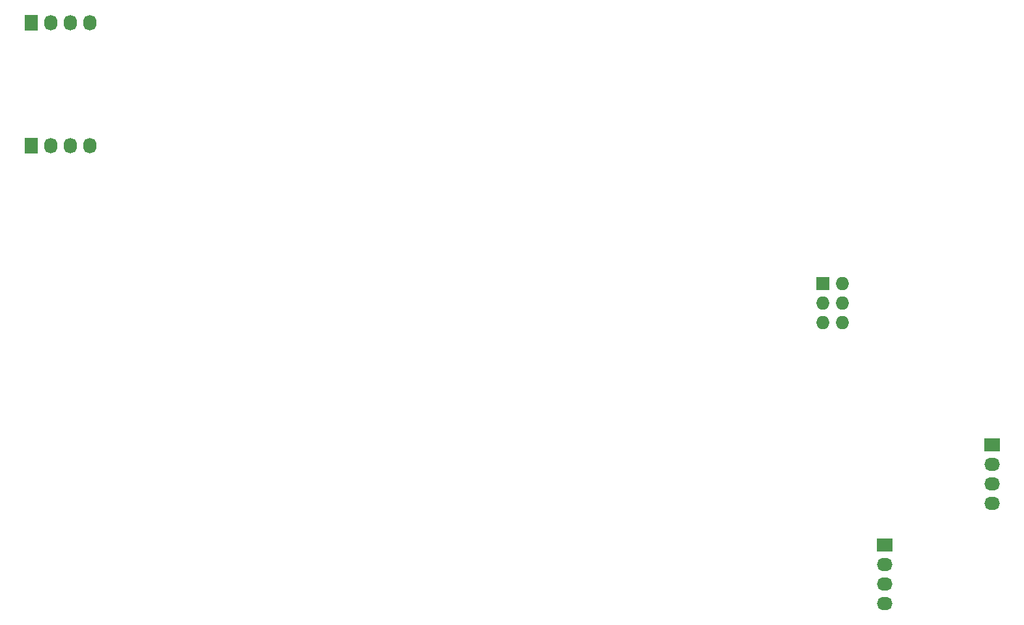
<source format=gbr>
G04 #@! TF.FileFunction,Copper,L2,Bot,Signal*
%FSLAX46Y46*%
G04 Gerber Fmt 4.6, Leading zero omitted, Abs format (unit mm)*
G04 Created by KiCad (PCBNEW (after 2015-may-01 BZR unknown)-product) date 11/9/2015 22:45:34*
%MOMM*%
G01*
G04 APERTURE LIST*
%ADD10C,0.100000*%
%ADD11R,2.032000X1.727200*%
%ADD12O,2.032000X1.727200*%
%ADD13R,1.727200X2.032000*%
%ADD14O,1.727200X2.032000*%
%ADD15R,1.727200X1.727200*%
%ADD16O,1.727200X1.727200*%
G04 APERTURE END LIST*
D10*
D11*
X181000000Y-107000000D03*
D12*
X181000000Y-109540000D03*
X181000000Y-112080000D03*
X181000000Y-114620000D03*
D11*
X167000000Y-120000000D03*
D12*
X167000000Y-122540000D03*
X167000000Y-125080000D03*
X167000000Y-127620000D03*
D13*
X56000000Y-52000000D03*
D14*
X58540000Y-52000000D03*
X61080000Y-52000000D03*
X63620000Y-52000000D03*
D13*
X56000000Y-68000000D03*
D14*
X58540000Y-68000000D03*
X61080000Y-68000000D03*
X63620000Y-68000000D03*
D15*
X159000000Y-86000000D03*
D16*
X161540000Y-86000000D03*
X159000000Y-88540000D03*
X161540000Y-88540000D03*
X159000000Y-91080000D03*
X161540000Y-91080000D03*
M02*

</source>
